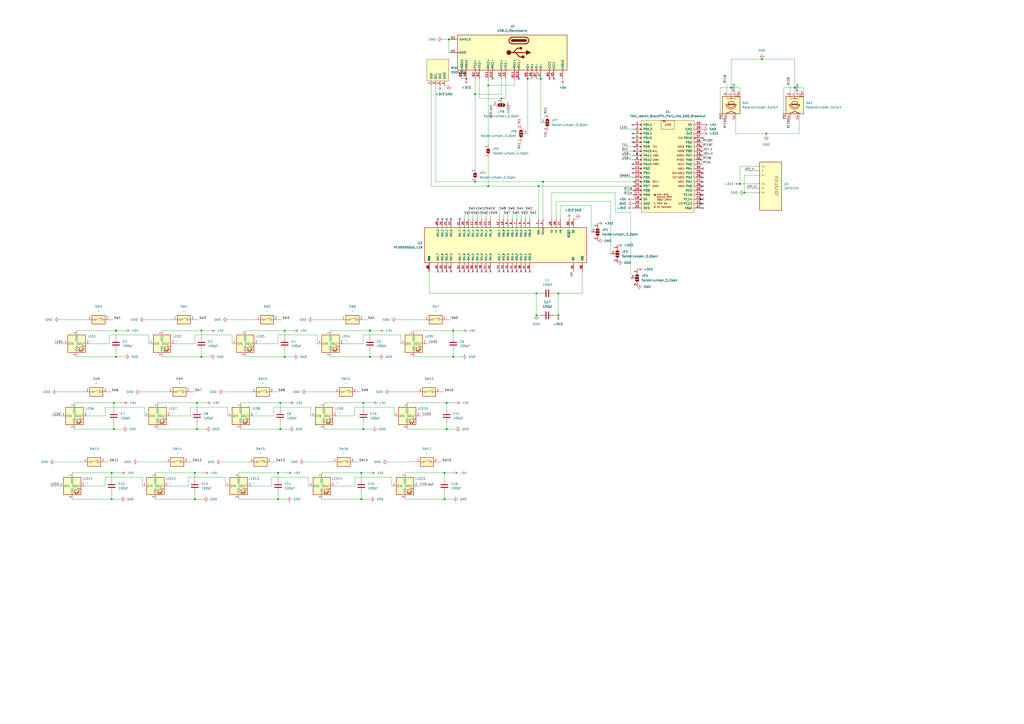
<source format=kicad_sch>
(kicad_sch (version 20211123) (generator eeschema)
  (paper "A2")
  (title_block (title "keeb") (date "2022-04-18") (rev "v1.3") (company "Nirim") (comment 1 "(CC BY 4.0)") (comment 2 "Attribution 4.0 International"))
  (junction (at 290.83 57.15))
  (junction (at 312.42 107.95))
  (junction (at 116.84 191.77))
  (junction (at 214.63 191.77))
  (junction (at 259.08 248.92))
  (junction (at 259.08 233.68))
  (junction (at 424.18 50.8))
  (junction (at 161.29 289.56))
  (junction (at 209.55 289.56))
  (junction (at 275.59 105.41))
  (junction (at 66.04 233.68))
  (junction (at 444.5 77.47))
  (junction (at 214.63 207.01))
  (junction (at 323.85 182.88))
  (junction (at 116.84 207.01))
  (junction (at 283.21 107.95))
  (junction (at 311.15 170.18))
  (junction (at 165.1 207.01))
  (junction (at 461.01 50.8))
  (junction (at 161.29 274.32))
  (junction (at 162.56 248.92))
  (junction (at 270.51 45.72))
  (junction (at 210.82 233.68))
  (junction (at 162.56 233.68))
  (junction (at 67.31 207.01))
  (junction (at 165.1 191.77))
  (junction (at 64.77 289.56))
  (junction (at 113.03 289.56))
  (junction (at 306.07 45.72))
  (junction (at 113.03 274.32))
  (junction (at 66.04 248.92))
  (junction (at 209.55 274.32))
  (junction (at 311.15 182.88))
  (junction (at 431.8 111.76))
  (junction (at 210.82 248.92))
  (junction (at 441.96 34.29))
  (junction (at 313.69 45.72))
  (junction (at 275.59 54.61))
  (junction (at 67.31 191.77))
  (junction (at 114.3 248.92))
  (junction (at 429.26 106.68))
  (junction (at 64.77 274.32))
  (junction (at 262.89 191.77))
  (junction (at 260.35 22.86))
  (junction (at 257.81 274.32))
  (junction (at 283.21 49.53))
  (junction (at 114.3 233.68))
  (junction (at 262.89 207.01))
  (junction (at 257.81 289.56))
  (junction (at 323.85 170.18))
  (junction (at 314.96 105.41))
  (no_connect (at 367.03 72.39))
  (no_connect (at 321.31 45.72))
  (no_connect (at 318.77 45.72))
  (no_connect (at 407.67 120.65))
  (no_connect (at 407.67 80.01))
  (no_connect (at 300.99 45.72))
  (no_connect (at 285.75 45.72))
  (no_connect (at 304.8 157.48))
  (no_connect (at 307.34 157.48))
  (no_connect (at 271.78 157.48))
  (no_connect (at 274.32 157.48))
  (no_connect (at 276.86 157.48))
  (no_connect (at 279.4 157.48))
  (no_connect (at 281.94 157.48))
  (no_connect (at 284.48 157.48))
  (no_connect (at 289.56 157.48))
  (no_connect (at 292.1 157.48))
  (no_connect (at 294.64 157.48))
  (no_connect (at 297.18 157.48))
  (no_connect (at 299.72 157.48))
  (no_connect (at 302.26 157.48))
  (no_connect (at 266.7 127))
  (no_connect (at 261.62 127))
  (no_connect (at 259.08 127))
  (no_connect (at 256.54 127))
  (no_connect (at 254 127))
  (no_connect (at 367.03 97.79))
  (no_connect (at 367.03 80.01))
  (no_connect (at 261.62 157.48))
  (no_connect (at 266.7 157.48))
  (no_connect (at 269.24 157.48))
  (no_connect (at 254 157.48))
  (no_connect (at 256.54 157.48))
  (no_connect (at 259.08 157.48))
  (no_connect (at 367.03 82.55))
  (no_connect (at 367.03 100.33))
  (no_connect (at 367.03 95.25))
  (no_connect (at 407.67 97.79))
  (no_connect (at 407.67 113.03))
  (no_connect (at 407.67 115.57))
  (no_connect (at 407.67 118.11))
  (no_connect (at 407.67 100.33))
  (no_connect (at 407.67 102.87))
  (no_connect (at 407.67 105.41))
  (no_connect (at 407.67 110.49))
  (no_connect (at 407.67 107.95))
  (no_connect (at 367.03 77.47))
  (wire (pts (xy 461.01 34.29) (xy 441.96 34.29)))
  (wire (pts (xy 64.77 227.33) (xy 63.5 227.33)))
  (wire (pts (xy 424.18 34.29) (xy 424.18 50.8)))
  (wire (pts (xy 157.48 281.94) (xy 157.48 276.86)))
  (wire (pts (xy 290.83 45.72) (xy 290.83 54.61)))
  (wire (pts (xy 248.92 170.18) (xy 311.15 170.18)))
  (wire (pts (xy 114.3 233.68) (xy 114.3 237.49)))
  (wire (pts (xy 260.35 49.53) (xy 257.81 49.53)))
  (wire (pts (xy 283.21 45.72) (xy 283.21 49.53)))
  (wire (pts (xy 236.22 233.68) (xy 259.08 233.68)))
  (wire (pts (xy 129.54 227.33) (xy 144.78 227.33)))
  (wire (pts (xy 335.28 127) (xy 332.74 127)))
  (wire (pts (xy 180.34 236.22) (xy 180.34 241.3)))
  (wire (pts (xy 177.8 227.33) (xy 193.04 227.33)))
  (wire (pts (xy 161.29 289.56) (xy 138.43 289.56)))
  (wire (pts (xy 213.36 185.42) (xy 212.09 185.42)))
  (wire (pts (xy 360.68 87.63) (xy 367.03 87.63)))
  (wire (pts (xy 234.95 274.32) (xy 257.81 274.32)))
  (wire (pts (xy 161.29 285.75) (xy 161.29 289.56)))
  (wire (pts (xy 248.92 199.39) (xy 247.65 199.39)))
  (wire (pts (xy 161.29 227.33) (xy 160.02 227.33)))
  (wire (pts (xy 81.28 227.33) (xy 96.52 227.33)))
  (wire (pts (xy 259.08 248.92) (xy 236.22 248.92)))
  (wire (pts (xy 284.48 124.46) (xy 284.48 127)))
  (wire (pts (xy 116.84 191.77) (xy 116.84 195.58)))
  (wire (pts (xy 149.86 199.39) (xy 161.29 199.39)))
  (wire (pts (xy 160.02 267.97) (xy 158.75 267.97)))
  (wire (pts (xy 337.82 157.48) (xy 337.82 170.18)))
  (wire (pts (xy 110.49 241.3) (xy 110.49 236.22)))
  (wire (pts (xy 289.56 121.92) (xy 289.56 127)))
  (wire (pts (xy 116.84 207.01) (xy 93.98 207.01)))
  (wire (pts (xy 205.74 276.86) (xy 227.33 276.86)))
  (wire (pts (xy 276.86 121.92) (xy 276.86 127)))
  (wire (pts (xy 356.87 123.19) (xy 356.87 111.76)))
  (wire (pts (xy 115.57 185.42) (xy 114.3 185.42)))
  (wire (pts (xy 323.85 182.88) (xy 323.85 170.18)))
  (wire (pts (xy 313.69 45.72) (xy 313.69 71.12)))
  (wire (pts (xy 417.83 68.58) (xy 417.83 50.8)))
  (wire (pts (xy 256.54 22.86) (xy 260.35 22.86)))
  (wire (pts (xy 97.79 281.94) (xy 109.22 281.94)))
  (wire (pts (xy 195.58 241.3) (xy 205.74 241.3)))
  (wire (pts (xy 138.43 274.32) (xy 161.29 274.32)))
  (wire (pts (xy 232.41 194.31) (xy 232.41 199.39)))
  (wire (pts (xy 278.13 57.15) (xy 278.13 45.72)))
  (wire (pts (xy 209.55 289.56) (xy 214.63 289.56)))
  (wire (pts (xy 226.06 227.33) (xy 241.3 227.33)))
  (wire (pts (xy 275.59 54.61) (xy 275.59 45.72)))
  (wire (pts (xy 337.82 170.18) (xy 323.85 170.18)))
  (wire (pts (xy 290.83 54.61) (xy 275.59 54.61)))
  (wire (pts (xy 461.01 50.8) (xy 461.01 34.29)))
  (wire (pts (xy 80.01 267.97) (xy 95.25 267.97)))
  (wire (pts (xy 113.03 274.32) (xy 113.03 278.13)))
  (wire (pts (xy 312.42 107.95) (xy 367.03 107.95)))
  (wire (pts (xy 262.89 191.77) (xy 267.97 191.77)))
  (wire (pts (xy 361.95 113.03) (xy 367.03 113.03)))
  (wire (pts (xy 60.96 241.3) (xy 60.96 236.22)))
  (wire (pts (xy 214.63 191.77) (xy 214.63 195.58)))
  (wire (pts (xy 113.03 274.32) (xy 118.11 274.32)))
  (wire (pts (xy 262.89 207.01) (xy 240.03 207.01)))
  (wire (pts (xy 67.31 191.77) (xy 67.31 195.58)))
  (wire (pts (xy 302.26 124.46) (xy 302.26 127)))
  (wire (pts (xy 262.89 207.01) (xy 267.97 207.01)))
  (wire (pts (xy 49.53 281.94) (xy 60.96 281.94)))
  (wire (pts (xy 455.93 68.58) (xy 454.66 68.58)))
  (wire (pts (xy 256.54 267.97) (xy 255.27 267.97)))
  (wire (pts (xy 90.17 274.32) (xy 113.03 274.32)))
  (wire (pts (xy 260.35 22.86) (xy 260.35 30.48)))
  (wire (pts (xy 441.96 34.29) (xy 424.18 34.29)))
  (wire (pts (xy 298.45 49.53) (xy 298.45 45.72)))
  (wire (pts (xy 281.94 121.92) (xy 281.94 127)))
  (wire (pts (xy 290.83 57.15) (xy 278.13 57.15)))
  (wire (pts (xy 113.03 194.31) (xy 134.62 194.31)))
  (wire (pts (xy 361.95 110.49) (xy 367.03 110.49)))
  (wire (pts (xy 431.8 111.76) (xy 438.15 111.76)))
  (wire (pts (xy 147.32 241.3) (xy 158.75 241.3)))
  (wire (pts (xy 128.27 267.97) (xy 143.51 267.97)))
  (wire (pts (xy 30.48 241.3) (xy 35.56 241.3)))
  (wire (pts (xy 342.9 119.38) (xy 325.12 119.38)))
  (wire (pts (xy 113.03 289.56) (xy 118.11 289.56)))
  (wire (pts (xy 208.28 267.97) (xy 207.01 267.97)))
  (wire (pts (xy 67.31 207.01) (xy 44.45 207.01)))
  (wire (pts (xy 205.74 281.94) (xy 205.74 276.86)))
  (wire (pts (xy 252.73 105.41) (xy 252.73 49.53)))
  (wire (pts (xy 359.41 102.87) (xy 367.03 102.87)))
  (wire (pts (xy 64.77 289.56) (xy 69.85 289.56)))
  (wire (pts (xy 250.19 107.95) (xy 283.21 107.95)))
  (wire (pts (xy 444.5 78.74) (xy 444.5 77.47)))
  (wire (pts (xy 44.45 191.77) (xy 67.31 191.77)))
  (wire (pts (xy 181.61 185.42) (xy 196.85 185.42)))
  (wire (pts (xy 419.1 68.58) (xy 417.83 68.58)))
  (wire (pts (xy 359.41 74.93) (xy 367.03 74.93)))
  (wire (pts (xy 306.07 77.47) (xy 306.07 45.72)))
  (wire (pts (xy 64.77 274.32) (xy 69.85 274.32)))
  (wire (pts (xy 109.22 281.94) (xy 109.22 276.86)))
  (wire (pts (xy 342.9 134.62) (xy 342.9 119.38)))
  (wire (pts (xy 307.34 124.46) (xy 307.34 127)))
  (wire (pts (xy 134.62 194.31) (xy 134.62 199.39)))
  (wire (pts (xy 454.66 50.8) (xy 461.01 50.8)))
  (wire (pts (xy 60.96 236.22) (xy 83.82 236.22)))
  (wire (pts (xy 66.04 185.42) (xy 64.77 185.42)))
  (wire (pts (xy 179.07 276.86) (xy 179.07 281.94)))
  (wire (pts (xy 259.08 233.68) (xy 259.08 237.49)))
  (wire (pts (xy 365.76 123.19) (xy 356.87 123.19)))
  (wire (pts (xy 64.77 274.32) (xy 64.77 278.13)))
  (wire (pts (xy 194.31 281.94) (xy 205.74 281.94)))
  (wire (pts (xy 116.84 203.2) (xy 116.84 207.01)))
  (wire (pts (xy 63.5 194.31) (xy 86.36 194.31)))
  (wire (pts (xy 165.1 191.77) (xy 165.1 195.58)))
  (wire (pts (xy 321.31 170.18) (xy 323.85 170.18)))
  (wire (pts (xy 113.03 289.56) (xy 90.17 289.56)))
  (wire (pts (xy 262.89 191.77) (xy 262.89 195.58)))
  (wire (pts (xy 275.59 105.41) (xy 314.96 105.41)))
  (wire (pts (xy 275.59 97.79) (xy 275.59 54.61)))
  (wire (pts (xy 210.82 233.68) (xy 215.9 233.68)))
  (wire (pts (xy 360.68 92.71) (xy 367.03 92.71)))
  (wire (pts (xy 86.36 194.31) (xy 86.36 199.39)))
  (wire (pts (xy 162.56 248.92) (xy 167.64 248.92)))
  (wire (pts (xy 113.03 199.39) (xy 113.03 194.31)))
  (wire (pts (xy 176.53 267.97) (xy 191.77 267.97)))
  (wire (pts (xy 111.76 267.97) (xy 110.49 267.97)))
  (wire (pts (xy 283.21 107.95) (xy 312.42 107.95)))
  (wire (pts (xy 283.21 49.53) (xy 283.21 83.82)))
  (wire (pts (xy 227.33 276.86) (xy 227.33 281.94)))
  (wire (pts (xy 162.56 245.11) (xy 162.56 248.92)))
  (wire (pts (xy 91.44 233.68) (xy 114.3 233.68)))
  (wire (pts (xy 31.75 199.39) (xy 36.83 199.39)))
  (wire (pts (xy 66.04 233.68) (xy 66.04 237.49)))
  (wire (pts (xy 214.63 207.01) (xy 219.71 207.01)))
  (wire (pts (xy 161.29 194.31) (xy 184.15 194.31)))
  (wire (pts (xy 43.18 233.68) (xy 66.04 233.68)))
  (wire (pts (xy 360.68 90.17) (xy 367.03 90.17)))
  (wire (pts (xy 311.15 182.88) (xy 311.15 170.18)))
  (wire (pts (xy 267.97 45.72) (xy 270.51 45.72)))
  (wire (pts (xy 259.08 248.92) (xy 264.16 248.92)))
  (wire (pts (xy 283.21 91.44) (xy 283.21 107.95)))
  (wire (pts (xy 109.22 276.86) (xy 130.81 276.86)))
  (wire (pts (xy 99.06 241.3) (xy 110.49 241.3)))
  (wire (pts (xy 205.74 236.22) (xy 228.6 236.22)))
  (wire (pts (xy 63.5 267.97) (xy 62.23 267.97)))
  (wire (pts (xy 82.55 276.86) (xy 82.55 281.94)))
  (wire (pts (xy 116.84 207.01) (xy 121.92 207.01)))
  (wire (pts (xy 210.82 245.11) (xy 210.82 248.92)))
  (wire (pts (xy 429.26 106.68) (xy 438.15 106.68)))
  (wire (pts (xy 205.74 241.3) (xy 205.74 236.22)))
  (wire (pts (xy 311.15 182.88) (xy 313.69 182.88)))
  (wire (pts (xy 248.92 157.48) (xy 248.92 170.18)))
  (wire (pts (xy 257.81 227.33) (xy 256.54 227.33)))
  (wire (pts (xy 259.08 245.11) (xy 259.08 248.92)))
  (wire (pts (xy 191.77 191.77) (xy 214.63 191.77)))
  (wire (pts (xy 163.83 185.42) (xy 162.56 185.42)))
  (wire (pts (xy 67.31 191.77) (xy 72.39 191.77)))
  (wire (pts (xy 356.87 111.76) (xy 320.04 111.76)))
  (wire (pts (xy 257.81 289.56) (xy 262.89 289.56)))
  (wire (pts (xy 67.31 203.2) (xy 67.31 207.01)))
  (wire (pts (xy 41.91 289.56) (xy 64.77 289.56)))
  (wire (pts (xy 466.09 53.34) (xy 466.09 50.8)))
  (wire (pts (xy 161.29 274.32) (xy 161.29 278.13)))
  (wire (pts (xy 250.19 107.95) (xy 250.19 49.53)))
  (wire (pts (xy 417.83 50.8) (xy 424.18 50.8)))
  (wire (pts (xy 259.08 233.68) (xy 264.16 233.68)))
  (wire (pts (xy 312.42 107.95) (xy 312.42 127)))
  (wire (pts (xy 426.72 77.47) (xy 444.5 77.47)))
  (wire (pts (xy 426.72 68.58) (xy 426.72 77.47)))
  (wire (pts (xy 60.96 281.94) (xy 60.96 276.86)))
  (wire (pts (xy 444.5 77.47) (xy 463.55 77.47)))
  (wire (pts (xy 161.29 289.56) (xy 166.37 289.56)))
  (wire (pts (xy 93.98 191.77) (xy 116.84 191.77)))
  (wire (pts (xy 325.12 119.38) (xy 325.12 127)))
  (wire (pts (xy 314.96 105.41) (xy 314.96 127)))
  (wire (pts (xy 165.1 207.01) (xy 142.24 207.01)))
  (wire (pts (xy 433.07 109.22) (xy 438.15 109.22)))
  (wire (pts (xy 165.1 203.2) (xy 165.1 207.01)))
  (wire (pts (xy 130.81 276.86) (xy 130.81 281.94)))
  (wire (pts (xy 210.82 248.92) (xy 187.96 248.92)))
  (wire (pts (xy 454.66 68.58) (xy 454.66 50.8)))
  (wire (pts (xy 209.55 289.56) (xy 186.69 289.56)))
  (wire (pts (xy 262.89 203.2) (xy 262.89 207.01)))
  (wire (pts (xy 66.04 233.68) (xy 71.12 233.68)))
  (wire (pts (xy 33.02 227.33) (xy 48.26 227.33)))
  (wire (pts (xy 271.78 121.92) (xy 271.78 127)))
  (wire (pts (xy 245.11 241.3) (xy 243.84 241.3)))
  (wire (pts (xy 66.04 248.92) (xy 43.18 248.92)))
  (wire (pts (xy 210.82 233.68) (xy 210.82 237.49)))
  (wire (pts (xy 354.33 147.32) (xy 354.33 116.84)))
  (wire (pts (xy 34.29 185.42) (xy 49.53 185.42)))
  (wire (pts (xy 365.76 161.29) (xy 365.76 123.19)))
  (wire (pts (xy 283.21 49.53) (xy 298.45 49.53)))
  (wire (pts (xy 132.08 185.42) (xy 147.32 185.42)))
  (wire (pts (xy 257.81 274.32) (xy 257.81 278.13)))
  (wire (pts (xy 257.81 274.32) (xy 262.89 274.32)))
  (wire (pts (xy 113.03 285.75) (xy 113.03 289.56)))
  (wire (pts (xy 114.3 233.68) (xy 119.38 233.68)))
  (wire (pts (xy 210.82 199.39) (xy 210.82 194.31)))
  (wire (pts (xy 214.63 207.01) (xy 191.77 207.01)))
  (wire (pts (xy 279.4 124.46) (xy 279.4 127)))
  (wire (pts (xy 257.81 285.75) (xy 257.81 289.56)))
  (wire (pts (xy 101.6 199.39) (xy 113.03 199.39)))
  (wire (pts (xy 297.18 124.46) (xy 297.18 127)))
  (wire (pts (xy 67.31 207.01) (xy 72.39 207.01)))
  (wire (pts (xy 314.96 105.41) (xy 367.03 105.41)))
  (wire (pts (xy 293.37 57.15) (xy 290.83 57.15)))
  (wire (pts (xy 29.21 281.94) (xy 34.29 281.94)))
  (wire (pts (xy 50.8 241.3) (xy 60.96 241.3)))
  (wire (pts (xy 322.58 116.84) (xy 322.58 127)))
  (wire (pts (xy 209.55 274.32) (xy 209.55 278.13)))
  (wire (pts (xy 458.47 49.53) (xy 458.47 53.34)))
  (wire (pts (xy 114.3 245.11) (xy 114.3 248.92)))
  (wire (pts (xy 299.72 121.92) (xy 299.72 127)))
  (wire (pts (xy 438.15 101.6) (xy 431.8 101.6)))
  (wire (pts (xy 66.04 248.92) (xy 71.12 248.92)))
  (wire (pts (xy 424.18 50.8) (xy 424.18 53.34)))
  (wire (pts (xy 214.63 203.2) (xy 214.63 207.01)))
  (wire (pts (xy 209.55 227.33) (xy 208.28 227.33)))
  (wire (pts (xy 214.63 191.77) (xy 219.71 191.77)))
  (wire (pts (xy 311.15 170.18) (xy 313.69 170.18)))
  (wire (pts (xy 161.29 199.39) (xy 161.29 194.31)))
  (wire (pts (xy 293.37 45.72) (xy 293.37 57.15)))
  (wire (pts (xy 66.04 245.11) (xy 66.04 248.92)))
  (wire (pts (xy 64.77 285.75) (xy 64.77 289.56)))
  (wire (pts (xy 162.56 248.92) (xy 139.7 248.92)))
  (wire (pts (xy 431.8 101.6) (xy 431.8 111.76)))
  (wire (pts (xy 162.56 233.68) (xy 167.64 233.68)))
  (wire (pts (xy 252.73 105.41) (xy 275.59 105.41)))
  (wire (pts (xy 429.26 50.8) (xy 424.18 50.8)))
  (wire (pts (xy 187.96 233.68) (xy 210.82 233.68)))
  (wire (pts (xy 429.26 96.52) (xy 429.26 106.68)))
  (wire (pts (xy 463.55 77.47) (xy 463.55 68.58)))
  (wire (pts (xy 304.8 121.92) (xy 304.8 127)))
  (wire (pts (xy 274.32 124.46) (xy 274.32 127)))
  (wire (pts (xy 209.55 274.32) (xy 214.63 274.32)))
  (wire (pts (xy 360.68 85.09) (xy 367.03 85.09)))
  (wire (pts (xy 41.91 274.32) (xy 64.77 274.32)))
  (wire (pts (xy 63.5 194.31) (xy 63.5 199.39)))
  (wire (pts (xy 110.49 236.22) (xy 132.08 236.22)))
  (wire (pts (xy 158.75 236.22) (xy 180.34 236.22)))
  (wire (pts (xy 114.3 248.92) (xy 91.44 248.92)))
  (wire (pts (xy 83.82 236.22) (xy 83.82 241.3)))
  (wire (pts (xy 113.03 227.33) (xy 111.76 227.33)))
  (wire (pts (xy 184.15 194.31) (xy 184.15 199.39)))
  (wire (pts (xy 224.79 267.97) (xy 240.03 267.97)))
  (wire (pts (xy 429.26 53.34) (xy 429.26 50.8)))
  (wire (pts (xy 210.82 248.92) (xy 215.9 248.92)))
  (wire (pts (xy 311.15 45.72) (xy 313.69 45.72)))
  (wire (pts (xy 132.08 236.22) (xy 132.08 241.3)))
  (wire (pts (xy 142.24 191.77) (xy 165.1 191.77)))
  (wire (pts (xy 52.07 199.39) (xy 63.5 199.39)))
  (wire (pts (xy 209.55 285.75) (xy 209.55 289.56)))
  (wire (pts (xy 161.29 274.32) (xy 166.37 274.32)))
  (wire (pts (xy 321.31 182.88) (xy 323.85 182.88)))
  (wire (pts (xy 461.01 53.34) (xy 461.01 50.8)))
  (wire (pts (xy 292.1 124.46) (xy 292.1 127)))
  (wire (pts (xy 229.87 185.42) (xy 245.11 185.42)))
  (wire (pts (xy 186.69 274.32) (xy 209.55 274.32)))
  (wire (pts (xy 240.03 191.77) (xy 262.89 191.77)))
  (wire (pts (xy 306.07 45.72) (xy 308.61 45.72)))
  (wire (pts (xy 320.04 111.76) (xy 320.04 127)))
  (wire (pts (xy 243.84 281.94) (xy 242.57 281.94)))
  (wire (pts (xy 199.39 199.39) (xy 210.82 199.39)))
  (wire (pts (xy 158.75 241.3) (xy 158.75 236.22)))
  (wire (pts (xy 257.81 289.56) (xy 234.95 289.56)))
  (wire (pts (xy 431.8 99.06) (xy 438.15 99.06)))
  (wire (pts (xy 165.1 191.77) (xy 170.18 191.77)))
  (wire (pts (xy 294.64 121.92) (xy 294.64 127)))
  (wire (pts (xy 438.15 96.52) (xy 429.26 96.52)))
  (wire (pts (xy 60.96 276.86) (xy 82.55 276.86)))
  (wire (pts (xy 157.48 276.86) (xy 179.07 276.86)))
  (wire (pts (xy 83.82 185.42) (xy 99.06 185.42)))
  (wire (pts (xy 139.7 233.68) (xy 162.56 233.68)))
  (wire (pts (xy 114.3 248.92) (xy 119.38 248.92)))
  (wire (pts (xy 228.6 236.22) (xy 228.6 241.3)))
  (wire (pts (xy 210.82 194.31) (xy 232.41 194.31)))
  (wire (pts (xy 162.56 233.68) (xy 162.56 237.49)))
  (wire (pts (xy 354.33 116.84) (xy 322.58 116.84)))
  (wire (pts (xy 116.84 191.77) (xy 121.92 191.77)))
  (wire (pts (xy 421.64 53.34) (xy 421.64 48.26)))
  (wire (pts (xy 31.75 267.97) (xy 46.99 267.97)))
  (wire (pts (xy 261.62 185.42) (xy 260.35 185.42)))
  (wire (pts (xy 269.24 124.46) (xy 269.24 127)))
  (wire (pts (xy 146.05 281.94) (xy 157.48 281.94)))
  (wire (pts (xy 466.09 50.8) (xy 461.01 50.8)))
  (wire (pts (xy 165.1 207.01) (xy 170.18 207.01)))
  (label "SW9" (at 284.48 124.46 0))
  (label "RT1BT" (at 407.67 85.09 0))
  (label "SW3" (at 163.83 185.42 0))
  (label "SW8" (at 161.29 227.33 0))
  (label "LED1" (at 359.41 74.93 0))
  (label "RX1" (at 317.5 66.04 90))
  (label "RT1A" (at 426.72 53.34 90))
  (label "JOY_H" (at 407.67 90.17 0))
  (label "SW1" (at 66.04 185.42 0))
  (label "SW1" (at 307.34 124.46 0))
  (label "TX1" (at 302.26 72.39 90))
  (label "SW3" (at 302.26 124.46 0))
  (label "SW6" (at 294.64 121.92 0))
  (label "LED1" (at 31.75 199.39 0))
  (label "SW12" (at 111.76 267.97 0))
  (label "JOY_V" (at 431.8 99.06 0))
  (label "SW7" (at 113.03 227.33 0))
  (label "USB+" (at 360.68 92.71 0))
  (label "TX1" (at 317.5 76.2 270))
  (label "SW12" (at 276.86 121.92 0))
  (label "SW10" (at 257.81 227.33 0))
  (label "LED3" (at 245.11 241.3 0))
  (label "RT2A" (at 463.55 53.34 90))
  (label "SW7" (at 292.1 124.46 0))
  (label "SW13" (at 160.02 267.97 0))
  (label "SW8" (at 289.56 121.92 0))
  (label "LED1" (at 295.91 60.96 270))
  (label "JOY_H" (at 433.07 109.22 0))
  (label "RT1B" (at 421.64 48.26 90))
  (label "SW14" (at 271.78 121.92 0))
  (label "LED2" (at 30.48 241.3 0))
  (label "INT" (at 332.74 157.48 270))
  (label "SW6" (at 64.77 227.33 0))
  (label "RT1B" (at 361.95 110.49 0))
  (label "SW2" (at 115.57 185.42 0))
  (label "RX1" (at 360.68 87.63 0))
  (label "RT2BT" (at 458.47 68.58 270))
  (label "SW5" (at 261.62 185.42 0))
  (label "SW15" (at 256.54 267.97 0))
  (label "RT2A" (at 407.67 95.25 0))
  (label "RT1A" (at 361.95 113.03 0))
  (label "LED3" (at 29.21 281.94 0))
  (label "RT1BT" (at 421.64 68.58 270))
  (label "SW11" (at 279.4 124.46 0))
  (label "SW5" (at 297.18 124.46 0))
  (label "LED_out" (at 285.75 60.96 270))
  (label "RT2BT" (at 407.67 82.55 0))
  (label "SW10" (at 281.94 121.92 0))
  (label "SW13" (at 274.32 124.46 0))
  (label "SW9" (at 209.55 227.33 0))
  (label "RX1" (at 302.26 82.55 270))
  (label "SW4" (at 213.36 185.42 0))
  (label "RT2B" (at 407.67 92.71 0))
  (label "LED_out" (at 243.84 281.94 0))
  (label "USB-" (at 360.68 90.17 0))
  (label "SW4" (at 299.72 121.92 0))
  (label "TX1" (at 360.68 85.09 0))
  (label "SW14" (at 208.28 267.97 0))
  (label "SMBA1" (at 359.41 102.87 0))
  (label "LED2" (at 248.92 199.39 0))
  (label "RT2B" (at 458.47 49.53 90))
  (label "SW15" (at 269.24 124.46 0))
  (label "SW2" (at 304.8 121.92 0))
  (label "JOY_V" (at 407.67 87.63 0))
  (label "SW11" (at 63.5 267.97 0))
  (symbol (lib_id "power:GND") (at 34.29 185.42 270) (unit 1)
    (property "Reference" "#PWR0151" (effects hide))
    (property "Value" "GND" (at 30.48 185.4199 90) (effects (justify right)))
  )
  (symbol (lib_id "power:GND") (at 72.39 207.01 90) (unit 1)
    (property "Reference" "#PWR0104" (effects hide))
    (property "Value" "GND" (at 76.2 207.0099 90) (effects (justify right)))
  )
  (symbol (lib_id "power:+5V") (at 118.11 274.32 270) (unit 1)
    (property "Reference" "#PWR0111" (effects hide))
    (property "Value" "+5V" (at 121.92 274.3199 90) (effects (justify left)))
  )
  (symbol (lib_id "power:GND") (at 431.8 111.76 270) (unit 1)
    (property "Reference" "#PWR0136" (effects hide))
    (property "Value" "GND" (at 427.99 111.7599 90) (effects (justify right)))
  )
  (symbol (lib_id "power:GND") (at 129.54 227.33 270) (unit 1)
    (property "Reference" "#PWR0143" (effects hide))
    (property "Value" "GND" (at 125.73 227.3299 90) (effects (justify right)))
  )
  (symbol (lib_id "Jumper:SolderJumper_3_Open") (at 290.83 60.96 180) (unit 1)
    (property "Reference" "JP8" (at 290.83 64.77 0))
    (property "Value" "SolderJumper_3_Open" (at 290.83 67.31 0))
    (property "Footprint" "Jumper:SolderJumper-3_P1.3mm_Open_RoundedPad1.0x1.5mm_NumberLabels" (effects hide))
  )
  (symbol (lib_id "Switch:SW_DIP_x01") (at 104.14 227.33 0) (unit 1)
    (property "Reference" "SW9" (at 104.14 219.71 0))
    (property "Value" "~" (at 104.14 222.25 0))
    (property "Footprint" "custom:SW_Gateron_SK-9_1.00u_Plate_Pin_Sockets" (effects hide))
  )
  (symbol (lib_id "power:GND") (at 224.79 267.97 270) (unit 1)
    (property "Reference" "#PWR0105" (effects hide))
    (property "Value" "GND" (at 220.98 267.9699 90) (effects (justify right)))
  )
  (symbol (lib_id "power:+3V3") (at 367.03 120.65 90) (unit 1)
    (property "Reference" "#PWR0133" (effects hide))
    (property "Value" "+3V3" (at 363.22 120.6499 90) (effects (justify left)))
  )
  (symbol (lib_id "LED:WS2812B") (at 44.45 199.39 0) (unit 1)
    (property "Reference" "LED1" (at 53.34 195.0593 0))
    (property "Value" "~" (at 53.34 197.5993 0))
    (property "Footprint" "LED_SMD:LED_WS2812B_PLCC4_5.0x5.0mm_P3.2mm" (effects hide))
    (property "Datasheet" "https://cdn-shop.adafruit.com/datasheets/WS2812B.pdf" (effects hide))
  )
  (symbol (lib_id "Switch:SW_DIP_x01") (at 102.87 267.97 0) (unit 1)
    (property "Reference" "SW14" (at 102.87 260.35 0))
    (property "Value" "~" (at 102.87 262.89 0))
    (property "Footprint" "custom:SW_Gateron_SK-9_1.00u_Plate_Pin_Sockets" (effects hide))
  )
  (symbol (lib_id "Switch:SW_DIP_x01") (at 204.47 185.42 0) (unit 1)
    (property "Reference" "SW6" (at 204.47 177.8 0))
    (property "Value" "~" (at 204.47 180.34 0))
    (property "Footprint" "custom:SW_Gateron_SK-9_1.00u_Plate_Pin_Sockets" (effects hide))
  )
  (symbol (lib_id "Connector:USB_C_Receptacle") (at 300.99 30.48 270) (unit 1)
    (property "Reference" "J2" (at 297.18 15.24 90))
    (property "Value" "USB_C_Receptacle" (at 297.18 17.78 90))
    (property "Footprint" "Connector_USB:USB_C_Receptacle_Amphenol_12401610E4-2A" (effects hide))
    (property "Datasheet" "https://www.usb.org/sites/default/files/documents/usb_type-c.zip" (effects hide))
  )
  (symbol (lib_id "power:GND") (at 119.38 248.92 90) (unit 1)
    (property "Reference" "#PWR0112" (effects hide))
    (property "Value" "GND" (at 123.19 248.9199 90) (effects (justify right)))
  )
  (symbol (lib_id "SSD1306-128x64_OLED:SSD1306") (at 254 40.64 180) (unit 1)
    (property "Reference" "Brd1" (at 261.62 39.3699 0) (effects (justify right)))
    (property "Value" "SSD1306" (at 261.62 41.9099 0) (effects (justify right)))
    (property "Footprint" "SSD1306:128x64OLED" (effects hide))
  )
  (symbol (lib_id "power:+3.3V") (at 270.51 45.72 180) (unit 1)
    (property "Reference" "#PWR0122" (effects hide))
    (property "Value" "+3.3V" (at 270.51 50.8 0))
  )
  (symbol (lib_id "Device:C") (at 214.63 199.39 0) (unit 1)
    (property "Reference" "C5" (at 218.44 198.1199 0) (effects (justify left)))
    (property "Value" "100pf" (at 218.44 200.6599 0) (effects (justify left)))
    (property "Footprint" "Capacitor_SMD:C_0805_2012Metric" (effects hide))
  )
  (symbol (lib_id "LED:WS2812B") (at 186.69 281.94 0) (unit 1)
    (property "Reference" "LED14" (at 195.58 277.6093 0))
    (property "Value" "~" (at 195.58 280.1493 0))
    (property "Footprint" "LED_SMD:LED_WS2812B_PLCC4_5.0x5.0mm_P3.2mm" (effects hide))
    (property "Datasheet" "https://cdn-shop.adafruit.com/datasheets/WS2812B.pdf" (effects hide))
  )
  (symbol (lib_id "LED:WS2812B") (at 43.18 241.3 0) (unit 1)
    (property "Reference" "LED6" (at 52.07 236.9693 0))
    (property "Value" "~" (at 52.07 239.5093 0))
    (property "Footprint" "LED_SMD:LED_WS2812B_PLCC4_5.0x5.0mm_P3.2mm" (effects hide))
    (property "Datasheet" "https://cdn-shop.adafruit.com/datasheets/WS2812B.pdf" (effects hide))
  )
  (symbol (lib_id "power:GND") (at 121.92 207.01 90) (unit 1)
    (property "Reference" "#PWR0108" (effects hide))
    (property "Value" "GND" (at 125.73 207.0099 90) (effects (justify right)))
  )
  (symbol (lib_id "LED:WS2812B") (at 236.22 241.3 0) (unit 1)
    (property "Reference" "LED10" (at 245.11 236.9693 0))
    (property "Value" "~" (at 245.11 239.5093 0))
    (property "Footprint" "LED_SMD:LED_WS2812B_PLCC4_5.0x5.0mm_P3.2mm" (effects hide))
    (property "Datasheet" "https://cdn-shop.adafruit.com/datasheets/WS2812B.pdf" (effects hide))
  )
  (symbol (lib_id "power:GND") (at 176.53 267.97 270) (unit 1)
    (property "Reference" "#PWR0101" (effects hide))
    (property "Value" "GND" (at 172.72 267.9699 90) (effects (justify right)))
  )
  (symbol (lib_id "Switch:SW_DIP_x01") (at 248.92 227.33 0) (unit 1)
    (property "Reference" "SW12" (at 248.92 219.71 0))
    (property "Value" "~" (at 248.92 222.25 0))
    (property "Footprint" "custom:SW_Gateron_SK-9_1.00u_Plate_Pin_Sockets" (effects hide))
  )
  (symbol (lib_id "LED:WS2812B") (at 139.7 241.3 0) (unit 1)
    (property "Reference" "LED8" (at 148.59 236.9693 0))
    (property "Value" "~" (at 148.59 239.5093 0))
    (property "Footprint" "LED_SMD:LED_WS2812B_PLCC4_5.0x5.0mm_P3.2mm" (effects hide))
    (property "Datasheet" "https://cdn-shop.adafruit.com/datasheets/WS2812B.pdf" (effects hide))
  )
  (symbol (lib_id "Jumper:SolderJumper_2_Open") (at 275.59 101.6 90) (unit 1)
    (property "Reference" "JP4" (at 278.13 100.3299 90) (effects (justify right)))
    (property "Value" "SolderJumper_2_Open" (at 278.13 102.8699 90) (effects (justify right)))
    (property "Footprint" "Jumper:SolderJumper-2_P1.3mm_Open_RoundedPad1.0x1.5mm" (effects hide))
  )
  (symbol (lib_id "power:GND") (at 358.14 152.4 90) (unit 1)
    (property "Reference" "#PWR0123" (effects hide))
    (property "Value" "GND" (at 361.95 152.3999 90) (effects (justify right)))
  )
  (symbol (lib_id "Switch:SW_DIP_x01") (at 55.88 227.33 0) (unit 1)
    (property "Reference" "SW8" (at 55.88 219.71 0))
    (property "Value" "~" (at 55.88 222.25 0))
    (property "Footprint" "custom:SW_Gateron_SK-9_1.00u_Plate_Pin_Sockets" (effects hide))
  )
  (symbol (lib_id "power:+5V") (at 267.97 191.77 270) (unit 1)
    (property "Reference" "#PWR0160" (effects hide))
    (property "Value" "+5V" (at 271.78 191.7699 90) (effects (justify left)))
  )
  (symbol (lib_id "Switch:SW_DIP_x01") (at 152.4 227.33 0) (unit 1)
    (property "Reference" "SW10" (at 152.4 219.71 0))
    (property "Value" "~" (at 152.4 222.25 0))
    (property "Footprint" "custom:SW_Gateron_SK-9_1.00u_Plate_Pin_Sockets" (effects hide))
  )
  (symbol (lib_id "Device:C") (at 113.03 281.94 0) (unit 1)
    (property "Reference" "C13" (at 116.84 280.6699 0) (effects (justify left)))
    (property "Value" "100pf" (at 116.84 283.2099 0) (effects (justify left)))
    (property "Footprint" "Capacitor_SMD:C_0805_2012Metric" (effects hide))
  )
  (symbol (lib_id "power:GND") (at 80.01 267.97 270) (unit 1)
    (property "Reference" "#PWR0164" (effects hide))
    (property "Value" "GND" (at 76.2 267.9699 90) (effects (justify right)))
  )
  (symbol (lib_id "Jumper:SolderJumper_3_Open") (at 317.5 71.12 270) (unit 1)
    (property "Reference" "JP7" (at 320.04 69.8499 90) (effects (justify left)))
    (property "Value" "SolderJumper_3_Open" (at 320.04 72.3899 90) (effects (justify left)))
    (property "Footprint" "Jumper:SolderJumper-3_P1.3mm_Open_RoundedPad1.0x1.5mm_NumberLabels" (effects hide))
  )
  (symbol (lib_id "Device:C") (at 259.08 241.3 0) (unit 1)
    (property "Reference" "C11" (at 262.89 240.0299 0) (effects (justify left)))
    (property "Value" "100pf" (at 262.89 242.5699 0) (effects (justify left)))
    (property "Footprint" "Capacitor_SMD:C_0805_2012Metric" (effects hide))
  )
  (symbol (lib_id "Switch:SW_DIP_x01") (at 154.94 185.42 0) (unit 1)
    (property "Reference" "SW5" (at 154.94 177.8 0))
    (property "Value" "~" (at 154.94 180.34 0))
    (property "Footprint" "custom:SW_Gateron_SK-9_1.00u_Plate_Pin_Sockets" (effects hide))
  )
  (symbol (lib_id "Switch:SW_DIP_x01") (at 252.73 185.42 0) (unit 1)
    (property "Reference" "SW7" (at 252.73 177.8 0))
    (property "Value" "~" (at 252.73 180.34 0))
    (property "Footprint" "custom:SW_Gateron_SK-9_1.00u_Plate_Pin_Sockets" (effects hide))
  )
  (symbol (lib_id "power:+5V") (at 167.64 233.68 270) (unit 1)
    (property "Reference" "#PWR0155" (effects hide))
    (property "Value" "+5V" (at 171.45 233.6799 90) (effects (justify left)))
  )
  (symbol (lib_id "Jumper:SolderJumper_3_Open") (at 369.57 161.29 270) (unit 1)
    (property "Reference" "JP3" (at 372.11 160.0199 90) (effects (justify left)))
    (property "Value" "SolderJumper_3_Open" (at 372.11 162.5599 90) (effects (justify left)))
    (property "Footprint" "Jumper:SolderJumper-3_P1.3mm_Open_RoundedPad1.0x1.5mm_NumberLabels" (effects hide))
  )
  (symbol (lib_id "PCA9505DGG_118:PCA9505DGG,118") (at 294.64 142.24 270) (unit 1)
    (property "Reference" "U2" (at 245.11 140.9699 90) (effects (justify right)))
    (property "Value" "PCA9505DGG,118" (at 245.11 143.5099 90) (effects (justify right)))
    (property "Footprint" "PCA9505DGG_118:SOP50P810X120-56N" (effects hide))
    (property "MF" "NXP Semiconductors" (effects hide))
    (property "STANDARD" "IPC-7351B" (effects hide))
    (property "PARTREV" "4" (effects hide))
  )
  (symbol (lib_id "power:GND") (at 367.03 118.11 270) (unit 1)
    (property "Reference" "#PWR0135" (effects hide))
    (property "Value" "GND" (at 363.22 118.1099 90) (effects (justify right)))
  )
  (symbol (lib_id "power:GND") (at 229.87 185.42 270) (unit 1)
    (property "Reference" "#PWR0107" (effects hide))
    (property "Value" "GND" (at 226.06 185.4199 90) (effects (justify right)))
  )
  (symbol (lib_id "power:GND") (at 219.71 207.01 90) (unit 1)
    (property "Reference" "#PWR0147" (effects hide))
    (property "Value" "GND" (at 223.52 207.0099 90) (effects (justify right)))
  )
  (symbol (lib_id "power:GND") (at 256.54 22.86 270) (unit 1)
    (property "Reference" "#PWR0121" (effects hide))
    (property "Value" "GND" (at 252.73 22.8599 90) (effects (justify right)))
  )
  (symbol (lib_id "Jumper:SolderJumper_3_Open") (at 302.26 77.47 90) (unit 1)
    (property "Reference" "JP6" (at 299.72 76.1999 90) (effects (justify left)))
    (property "Value" "SolderJumper_3_Open" (at 299.72 78.7399 90) (effects (justify left)))
    (property "Footprint" "Jumper:SolderJumper-3_P1.3mm_Open_RoundedPad1.0x1.5mm_NumberLabels" (effects hide))
  )
  (symbol (lib_id "power:+5V") (at 69.85 274.32 270) (unit 1)
    (property "Reference" "#PWR0116" (effects hide))
    (property "Value" "+5V" (at 73.66 274.3199 90) (effects (justify left)))
  )
  (symbol (lib_id "power:+5V") (at 71.12 233.68 270) (unit 1)
    (property "Reference" "#PWR0119" (effects hide))
    (property "Value" "+5V" (at 74.93 233.6799 90) (effects (justify left)))
  )
  (symbol (lib_id "custom:RotaryEncoder_Switch") (at 461.01 60.96 270) (unit 1)
    (property "Reference" "SW2" (at 467.36 59.6899 90) (effects (justify left)))
    (property "Value" "RotaryEncoder_Switch" (at 467.36 62.2299 90) (effects (justify left)))
    (property "Footprint" "Switches:ROTARY_ENC_PLAIN" (effects hide))
  )
  (symbol (lib_id "Device:C") (at 262.89 199.39 0) (unit 1)
    (property "Reference" "C6" (at 266.7 198.1199 0) (effects (justify left)))
    (property "Value" "100pf" (at 266.7 200.6599 0) (effects (justify left)))
    (property "Footprint" "Capacitor_SMD:C_0805_2012Metric" (effects hide))
  )
  (symbol (lib_id "power:+5V") (at 214.63 274.32 270) (unit 1)
    (property "Reference" "#PWR0163" (effects hide))
    (property "Value" "+5V" (at 218.44 274.3199 90) (effects (justify left)))
  )
  (symbol (lib_id "power:GND") (at 444.5 78.74 0) (unit 1)
    (property "Reference" "#PWR0131" (effects hide))
    (property "Value" "GND" (at 444.5 83.82 0))
  )
  (symbol (lib_id "power:+5V") (at 170.18 191.77 270) (unit 1)
    (property "Reference" "#PWR0145" (effects hide))
    (property "Value" "+5V" (at 173.99 191.7699 90) (effects (justify left)))
  )
  (symbol (lib_id "LED:WS2812B") (at 91.44 241.3 0) (unit 1)
    (property "Reference" "LED7" (at 100.33 236.9693 0))
    (property "Value" "~" (at 100.33 239.5093 0))
    (property "Footprint" "LED_SMD:LED_WS2812B_PLCC4_5.0x5.0mm_P3.2mm" (effects hide))
    (property "Datasheet" "https://cdn-shop.adafruit.com/datasheets/WS2812B.pdf" (effects hide))
  )
  (symbol (lib_id "power:+5V") (at 119.38 233.68 270) (unit 1)
    (property "Reference" "#PWR0118" (effects hide))
    (property "Value" "+5V" (at 123.19 233.6799 90) (effects (justify left)))
  )
  (symbol (lib_id "LED:WS2812B") (at 240.03 199.39 0) (unit 1)
    (property "Reference" "LED5" (at 248.92 195.0593 0))
    (property "Value" "~" (at 248.92 197.5993 0))
    (property "Footprint" "LED_SMD:LED_WS2812B_PLCC4_5.0x5.0mm_P3.2mm" (effects hide))
    (property "Datasheet" "https://cdn-shop.adafruit.com/datasheets/WS2812B.pdf" (effects hide))
  )
  (symbol (lib_id "power:GND") (at 128.27 267.97 270) (unit 1)
    (property "Reference" "#PWR0117" (effects hide))
    (property "Value" "GND" (at 124.46 267.9699 90) (effects (justify right)))
  )
  (symbol (lib_id "power:GND") (at 81.28 227.33 270) (unit 1)
    (property "Reference" "#PWR0146" (effects hide))
    (property "Value" "GND" (at 77.47 227.3299 90) (effects (justify right)))
  )
  (symbol (lib_id "power:GND") (at 33.02 227.33 270) (unit 1)
    (property "Reference" "#PWR0156" (effects hide))
    (property "Value" "GND" (at 29.21 227.3299 90) (effects (justify right)))
  )
  (symbol (lib_id "power:+5V") (at 215.9 233.68 270) (unit 1)
    (property "Reference" "#PWR0148" (effects hide))
    (property "Value" "+5V" (at 219.71 233.6799 90) (effects (justify left)))
  )
  (symbol (lib_id "power:GND") (at 132.08 185.42 270) (unit 1)
    (property "Reference" "#PWR0149" (effects hide))
    (property "Value" "GND" (at 128.27 185.4199 90) (effects (justify right)))
  )
  (symbol (lib_id "Device:C") (at 210.82 241.3 0) (unit 1)
    (property "Reference" "C10" (at 214.63 240.0299 0) (effects (justify left)))
    (property "Value" "100pf" (at 214.63 242.5699 0) (effects (justify left)))
    (property "Footprint" "Capacitor_SMD:C_0805_2012Metric" (effects hide))
  )
  (symbol (lib_id "Switch:SW_DIP_x01") (at 57.15 185.42 0) (unit 1)
    (property "Reference" "SW3" (at 57.15 177.8 0))
    (property "Value" "~" (at 57.15 180.34 0))
    (property "Footprint" "custom:SW_Gateron_SK-9_1.00u_Plate_Pin_Sockets" (effects hide))
  )
  (symbol (lib_id "power:GND") (at 215.9 248.92 90) (unit 1)
    (property "Reference" "#PWR0165" (effects hide))
    (property "Value" "GND" (at 219.71 248.9199 90) (effects (justify right)))
  )
  (symbol (lib_id "power:+3.3V") (at 330.2 127 0) (unit 1)
    (property "Reference" "#PWR0126" (effects hide))
    (property "Value" "+3.3V" (at 330.2 121.92 0))
  )
  (symbol (lib_id "power:+3.3V") (at 346.71 129.54 270) (unit 1)
    (property "Reference" "#PWR0169" (effects hide))
    (property "Value" "+3.3V" (at 350.52 129.5399 90) (effects (justify left)))
  )
  (symbol (lib_id "power:+5V") (at 219.71 191.77 270) (unit 1)
    (property "Reference" "#PWR0157" (effects hide))
    (property "Value" "+5V" (at 223.52 191.7699 90) (effects (justify left)))
  )
  (symbol (lib_id "LED:WS2812B") (at 187.96 241.3 0) (unit 1)
    (property "Reference" "LED9" (at 196.85 236.9693 0))
    (property "Value" "~" (at 196.85 239.5093 0))
    (property "Footprint" "LED_SMD:LED_WS2812B_PLCC4_5.0x5.0mm_P3.2mm" (effects hide))
    (property "Datasheet" "https://cdn-shop.adafruit.com/datasheets/WS2812B.pdf" (effects hide))
  )
  (symbol (lib_id "power:GND") (at 264.16 248.92 90) (unit 1)
    (property "Reference" "#PWR0158" (effects hide))
    (property "Value" "GND" (at 267.97 248.9199 90) (effects (justify right)))
  )
  (symbol (lib_id "power:+5V") (at 367.03 115.57 90) (unit 1)
    (property "Reference" "#PWR0134" (effects hide))
    (property "Value" "+5V" (at 363.22 115.5699 90) (effects (justify left)))
  )
  (symbol (lib_id "LED:WS2812B") (at 41.91 281.94 0) (unit 1)
    (property "Reference" "LED11" (at 50.8 277.6093 0))
    (property "Value" "~" (at 50.8 280.1493 0))
    (property "Footprint" "LED_SMD:LED_WS2812B_PLCC4_5.0x5.0mm_P3.2mm" (effects hide))
    (property "Datasheet" "https://cdn-shop.adafruit.com/datasheets/WS2812B.pdf" (effects hide))
  )
  (symbol (lib_id "power:GND") (at 31.75 267.97 270) (unit 1)
    (property "Reference" "#PWR0166" (effects hide))
    (property "Value" "GND" (at 27.94 267.9699 90) (effects (justify right)))
  )
  (symbol (lib_id "Switch:SW_DIP_x01") (at 151.13 267.97 0) (unit 1)
    (property "Reference" "SW15" (at 151.13 260.35 0))
    (property "Value" "~" (at 151.13 262.89 0))
    (property "Footprint" "custom:SW_Gateron_SK-9_1.00u_Plate_Pin_Sockets" (effects hide))
  )
  (symbol (lib_id "power:+3.3V") (at 323.85 182.88 180) (unit 1)
    (property "Reference" "#PWR0127" (effects hide))
    (property "Value" "+3.3V" (at 323.85 187.96 0))
  )
  (symbol (lib_id "Device:C") (at 209.55 281.94 0) (unit 1)
    (property "Reference" "C15" (at 213.36 280.6699 0) (effects (justify left)))
    (property "Value" "100pf" (at 213.36 283.2099 0) (effects (justify left)))
    (property "Footprint" "Capacitor_SMD:C_0805_2012Metric" (effects hide))
  )
  (symbol (lib_id "power:+5V") (at 72.39 191.77 270) (unit 1)
    (property "Reference" "#PWR0106" (effects hide))
    (property "Value" "+5V" (at 76.2 191.7699 90) (effects (justify left)))
  )
  (symbol (lib_id "power:+5V") (at 326.39 45.72 180) (unit 1)
    (property "Reference" "#PWR0138" (effects hide))
    (property "Value" "+5V" (at 326.39 50.8 0))
  )
  (symbol (lib_id "power:GND") (at 311.15 182.88 0) (unit 1)
    (property "Reference" "#PWR0140" (effects hide))
    (property "Value" "GND" (at 311.15 187.96 0))
  )
  (symbol (lib_id "Device:C") (at 114.3 241.3 0) (unit 1)
    (property "Reference" "C8" (at 118.11 240.0299 0) (effects (justify left)))
    (property "Value" "100pf" (at 118.11 242.5699 0) (effects (justify left)))
    (property "Footprint" "Capacitor_SMD:C_0805_2012Metric" (effects hide))
  )
  (symbol (lib_id "power:+3.3V") (at 358.14 142.24 270) (unit 1)
    (property "Reference" "#PWR0125" (effects hide))
    (property "Value" "+3.3V" (at 361.95 142.2399 90) (effects (justify left)))
  )
  (symbol (lib_id "Device:C") (at 64.77 281.94 0) (unit 1)
    (property "Reference" "C12" (at 68.58 280.6699 0) (effects (justify left)))
    (property "Value" "100pf" (at 68.58 283.2099 0) (effects (justify left)))
    (property "Footprint" "Capacitor_SMD:C_0805_2012Metric" (effects hide))
  )
  (symbol (lib_id "power:+3.3V") (at 369.57 156.21 270) (unit 1)
    (property "Reference" "#PWR0167" (effects hide))
    (property "Value" "+3.3V" (at 373.38 156.2099 90) (effects (justify left)))
  )
  (symbol (lib_id "Device:C") (at 317.5 182.88 270) (unit 1)
    (property "Reference" "C17" (at 317.5 175.26 90))
    (property "Value" "100pf" (at 317.5 177.8 90))
    (property "Footprint" "Capacitor_SMD:C_0805_2012Metric" (effects hide))
  )
  (symbol (lib_id "Switch:SW_DIP_x01") (at 54.61 267.97 0) (unit 1)
    (property "Reference" "SW13" (at 54.61 260.35 0))
    (property "Value" "~" (at 54.61 262.89 0))
    (property "Footprint" "custom:SW_Gateron_SK-9_1.00u_Plate_Pin_Sockets" (effects hide))
  )
  (symbol (lib_id "LED:WS2812B") (at 191.77 199.39 0) (unit 1)
    (property "Reference" "LED4" (at 200.66 195.0593 0))
    (property "Value" "~" (at 200.66 197.5993 0))
    (property "Footprint" "LED_SMD:LED_WS2812B_PLCC4_5.0x5.0mm_P3.2mm" (effects hide))
    (property "Datasheet" "https://cdn-shop.adafruit.com/datasheets/WS2812B.pdf" (effects hide))
  )
  (symbol (lib_id "LED:WS2812B") (at 234.95 281.94 0) (unit 1)
    (property "Reference" "LED15" (at 243.84 277.6093 0))
    (property "Value" "~" (at 243.84 280.1493 0))
    (property "Footprint" "LED_SMD:LED_WS2812B_PLCC4_5.0x5.0mm_P3.2mm" (effects hide))
    (property "Datasheet" "https://cdn-shop.adafruit.com/datasheets/WS2812B.pdf" (effects hide))
  )
  (symbol (lib_id "power:GND") (at 262.89 289.56 90) (unit 1)
    (property "Reference" "#PWR0141" (effects hide))
    (property "Value" "GND" (at 266.7 289.5599 90) (effects (justify right)))
  )
  (symbol (lib_id "Jumper:SolderJumper_2_Open") (at 283.21 87.63 90) (unit 1)
    (property "Reference" "JP5" (at 285.75 86.3599 90) (effects (justify right)))
    (property "Value" "SolderJumper_2_Open" (at 285.75 88.8999 90) (effects (justify right)))
    (property "Footprint" "Jumper:SolderJumper-2_P1.3mm_Open_RoundedPad1.0x1.5mm" (effects hide))
  )
  (symbol (lib_id "power:GND") (at 166.37 289.56 90) (unit 1)
    (property "Reference" "#PWR0153" (effects hide))
    (property "Value" "GND" (at 170.18 289.5599 90) (effects (justify right)))
  )
  (symbol (lib_id "power:+5V") (at 262.89 274.32 270) (unit 1)
    (property "Reference" "#PWR0142" (effects hide))
    (property "Value" "+5V" (at 266.7 274.3199 90) (effects (justify left)))
  )
  (symbol (lib_id "Jumper:SolderJumper_3_Open") (at 346.71 134.62 270) (unit 1)
    (property "Reference" "JP1" (at 349.25 133.3499 90) (effects (justify left)))
    (property "Value" "SolderJumper_3_Open" (at 349.25 135.8899 90) (effects (justify left)))
    (property "Footprint" "Jumper:SolderJumper-3_P1.3mm_Open_RoundedPad1.0x1.5mm_NumberLabels" (effects hide))
  )
  (symbol (lib_id "Device:C") (at 116.84 199.39 0) (unit 1)
    (property "Reference" "C3" (at 120.65 198.1199 0) (effects (justify left)))
    (property "Value" "100pf" (at 120.65 200.6599 0) (effects (justify left)))
    (property "Footprint" "Capacitor_SMD:C_0805_2012Metric" (effects hide))
  )
  (symbol (lib_id "Switch:SW_DIP_x01") (at 247.65 267.97 0) (unit 1)
    (property "Reference" "SW17" (at 247.65 260.35 0))
    (property "Value" "~" (at 247.65 262.89 0))
    (property "Footprint" "custom:SW_Gateron_SK-9_1.00u_Plate_Pin_Sockets" (effects hide))
  )
  (symbol (lib_id "power:GND") (at 118.11 289.56 90) (unit 1)
    (property "Reference" "#PWR0102" (effects hide))
    (property "Value" "GND" (at 121.92 289.5599 90) (effects (justify right)))
  )
  (symbol (lib_id "power:GND") (at 346.71 139.7 90) (unit 1)
    (property "Reference" "#PWR0170" (effects hide))
    (property "Value" "GND" (at 350.52 139.6999 90) (effects (justify right)))
  )
  (symbol (lib_id "power:GND") (at 441.96 34.29 180) (unit 1)
    (property "Reference" "#PWR0132" (effects hide))
    (property "Value" "GND" (at 441.96 29.21 0))
  )
  (symbol (lib_id "Device:C") (at 165.1 199.39 0) (unit 1)
    (property "Reference" "C4" (at 168.91 198.1199 0) (effects (justify left)))
    (property "Value" "100pf" (at 168.91 200.6599 0) (effects (justify left)))
    (property "Footprint" "Capacitor_SMD:C_0805_2012Metric" (effects hide))
  )
  (symbol (lib_id "Device:C") (at 161.29 281.94 0) (unit 1)
    (property "Reference" "C14" (at 165.1 280.6699 0) (effects (justify left)))
    (property "Value" "100pf" (at 165.1 283.2099 0) (effects (justify left)))
    (property "Footprint" "Capacitor_SMD:C_0805_2012Metric" (effects hide))
  )
  (symbol (lib_id "Device:C") (at 66.04 241.3 0) (unit 1)
    (property "Reference" "C7" (at 69.85 240.0299 0) (effects (justify left)))
    (property "Value" "100pf" (at 69.85 242.5699 0) (effects (justify left)))
    (property "Footprint" "Capacitor_SMD:C_0805_2012Metric" (effects hide))
  )
  (symbol (lib_id "power:GND") (at 69.85 289.56 90) (unit 1)
    (property "Reference" "#PWR0103" (effects hide))
    (property "Value" "GND" (at 73.66 289.5599 90) (effects (justify right)))
  )
  (symbol (lib_id "power:GND") (at 214.63 289.56 90) (unit 1)
    (property "Reference" "#PWR0162" (effects hide))
    (property "Value" "GND" (at 218.44 289.5599 90) (effects (justify right)))
  )
  (symbol (lib_id "Device:C") (at 317.5 170.18 270) (unit 1)
    (property "Reference" "C1" (at 317.5 162.56 90))
    (property "Value" "100pf" (at 317.5 165.1 90))
    (property "Footprint" "Capacitor_SMD:C_0805_2012Metric" (effects hide))
  )
  (symbol (lib_id "power:GND") (at 335.28 127 180) (unit 1)
    (property "Reference" "#PWR0124" (effects hide))
    (property "Value" "GND" (at 335.28 121.92 0))
  )
  (symbol (lib_id "power:GND") (at 407.67 74.93 90) (unit 1)
    (property "Reference" "#PWR0130" (effects hide))
    (property "Value" "GND" (at 411.48 74.9299 90) (effects (justify right)))
  )
  (symbol (lib_id "power:GND") (at 83.82 185.42 270) (unit 1)
    (property "Reference" "#PWR0154" (effects hide))
    (property "Value" "GND" (at 80.01 185.4199 90) (effects (justify right)))
  )
  (symbol (lib_id "LED:WS2812B") (at 93.98 199.39 0) (unit 1)
    (property "Reference" "LED2" (at 102.87 195.0593 0))
    (property "Value" "~" (at 102.87 197.5993 0))
    (property "Footprint" "LED_SMD:LED_WS2812B_PLCC4_5.0x5.0mm_P3.2mm" (effects hide))
    (property "Datasheet" "https://cdn-shop.adafruit.com/datasheets/WS2812B.pdf" (effects hide))
  )
  (symbol (lib_id "Device:C") (at 257.81 281.94 0) (unit 1)
    (property "Reference" "C16" (at 261.62 280.6699 0) (effects (justify left)))
    (property "Value" "100pf" (at 261.62 283.2099 0) (effects (justify left)))
    (property "Footprint" "Capacitor_SMD:C_0805_2012Metric" (effects hide))
  )
  (symbol (lib_id "custom:RotaryEncoder_Switch") (at 424.18 60.96 270) (unit 1)
    (property "Reference" "SW1" (at 430.53 59.6899 90) (effects (justify left)))
    (property "Value" "RotaryEncoder_Switch" (at 430.53 62.2299 90) (effects (justify left)))
    (property "Footprint" "Switches:ROTARY_ENC_PLAIN" (effects hide))
  )
  (symbol (lib_id "Device:C") (at 162.56 241.3 0) (unit 1)
    (property "Reference" "C9" (at 166.37 240.0299 0) (effects (justify left)))
    (property "Value" "100pf" (at 166.37 242.5699 0) (effects (justify left)))
    (property "Footprint" "Capacitor_SMD:C_0805_2012Metric" (effects hide))
  )
  (symbol (lib_id "Switch:SW_DIP_x01") (at 106.68 185.42 0) (unit 1)
    (property "Reference" "SW4" (at 106.68 177.8 0))
    (property "Value" "~" (at 106.68 180.34 0))
    (property "Footprint" "custom:SW_Gateron_SK-9_1.00u_Plate_Pin_Sockets" (effects hide))
  )
  (symbol (lib_id "power:+5V") (at 166.37 274.32 270) (unit 1)
    (property "Reference" "#PWR0150" (effects hide))
    (property "Value" "+5V" (at 170.18 274.3199 90) (effects (justify left)))
  )
  (symbol (lib_id "power:+3V3") (at 407.67 77.47 270) (unit 1)
    (property "Reference" "#PWR0128" (effects hide))
    (property "Value" "+3V3" (at 411.48 77.4699 90) (effects (justify left)))
  )
  (symbol (lib_id "LED:WS2812B") (at 138.43 281.94 0) (unit 1)
    (property "Reference" "LED13" (at 147.32 277.6093 0))
    (property "Value" "~" (at 147.32 280.1493 0))
    (property "Footprint" "LED_SMD:LED_WS2812B_PLCC4_5.0x5.0mm_P3.2mm" (effects hide))
    (property "Datasheet" "https://cdn-shop.adafruit.com/datasheets/WS2812B.pdf" (effects hide))
  )
  (symbol (lib_id "Jumper:SolderJumper_3_Open") (at 358.14 147.32 270) (unit 1)
    (property "Reference" "JP2" (at 360.68 146.0499 90) (effects (justify left)))
    (property "Value" "SolderJumper_3_Open" (at 360.68 148.5899 90) (effects (justify left)))
    (property "Footprint" "Jumper:SolderJumper-3_P1.3mm_Open_RoundedPad1.0x1.5mm_NumberLabels" (effects hide))
  )
  (symbol (lib_id "power:GND") (at 369.57 166.37 90) (unit 1)
    (property "Reference" "#PWR0168" (effects hide))
    (property "Value" "GND" (at 373.38 166.3699 90) (effects (justify right)))
  )
  (symbol (lib_id "LED:WS2812B") (at 90.17 281.94 0) (unit 1)
    (property "Reference" "LED12" (at 99.06 277.6093 0))
    (property "Value" "~" (at 99.06 280.1493 0))
    (property "Footprint" "LED_SMD:LED_WS2812B_PLCC4_5.0x5.0mm_P3.2mm" (effects hide))
    (property "Datasheet" "https://cdn-shop.adafruit.com/datasheets/WS2812B.pdf" (effects hide))
  )
  (symbol (lib_id "power:GND") (at 260.35 49.53 0) (unit 1)
    (property "Reference" "#PWR0139" (effects hide))
    (property "Value" "GND" (at 260.35 54.61 0))
  )
  (symbol (lib_id "power:+5V") (at 264.16 233.68 270) (unit 1)
    (property "Reference" "#PWR0159" (effects hide))
    (property "Value" "+5V" (at 267.97 233.6799 90) (effects (justify left)))
  )
  (symbol (lib_id "power:GND") (at 226.06 227.33 270) (unit 1)
    (property "Reference" "#PWR0109" (effects hide))
    (property "Value" "GND" (at 222.25 227.3299 90) (effects (justify right)))
  )
  (symbol (lib_id "Switch:SW_DIP_x01") (at 200.66 227.33 0) (unit 1)
    (property "Reference" "SW11" (at 200.66 219.71 0))
    (property "Value" "~" (at 200.66 222.25 0))
    (property "Footprint" "custom:SW_Gateron_SK-9_1.00u_Plate_Pin_Sockets" (effects hide))
  )
  (symbol (lib_id "Switch:SW_DIP_x01") (at 199.39 267.97 0) (unit 1)
    (property "Reference" "SW16" (at 199.39 260.35 0))
    (property "Value" "~" (at 199.39 262.89 0))
    (property "Footprint" "custom:SW_Gateron_SK-9_1.00u_Plate_Pin_Sockets" (effects hide))
  )
  (symbol (lib_id "power:+5V") (at 407.67 72.39 270) (unit 1)
    (property "Reference" "#PWR0129" (effects hide))
    (property "Value" "+5V" (at 411.48 72.3899 90) (effects (justify left)))
  )
  (symbol (lib_id "power:+3.3V") (at 255.27 49.53 180) (unit 1)
    (property "Reference" "#PWR0120" (effects hide))
    (property "Value" "+3.3V" (at 255.27 54.61 0))
  )
  (symbol (lib_id "power:GND") (at 167.64 248.92 90) (unit 1)
    (property "Reference" "#PWR0152" (effects hide))
    (property "Value" "GND" (at 171.45 248.9199 90) (effects (justify right)))
  )
  (symbol (lib_id "power:GND") (at 267.97 207.01 90) (unit 1)
    (property "Reference" "#PWR0161" (effects hide))
    (property "Value" "GND" (at 271.78 207.0099 90) (effects (justify right)))
  )
  (symbol (lib_id "power:+5V") (at 121.92 191.77 270) (unit 1)
    (property "Reference" "#PWR0110" (effects hide))
    (property "Value" "+5V" (at 125.73 191.7699 90) (effects (justify left)))
  )
  (symbol (lib_id "power:GND") (at 170.18 207.01 90) (unit 1)
    (property "Reference" "#PWR0144" (effects hide))
    (property "Value" "GND" (at 173.99 207.0099 90) (effects (justify right)))
  )
  (symbol (lib_id "Device:C") (at 67.31 199.39 0) (unit 1)
    (property "Reference" "C2" (at 71.12 198.1199 0) (effects (justify left)))
    (property "Value" "100pf" (at 71.12 200.6599 0) (effects (justify left)))
    (property "Footprint" "Capacitor_SMD:C_0805_2012Metric" (effects hide))
  )
  (symbol (lib_id "custom:JOYSTICK_NO_BT") (at 448.31 106.68 0) (unit 1)
    (property "Reference" "U3" (at 454.66 106.6799 0) (effects (justify left)))
    (property "Value" "JOYSTICK" (at 454.66 109.2199 0) (effects (justify left)))
    (property "Footprint" "custom:JOYSTICK_S" (effects hide))
  )
  (symbol (lib_id "LED:WS2812B") (at 142.24 199.39 0) (unit 1)
    (property "Reference" "LED3" (at 151.13 195.0593 0))
    (property "Value" "~" (at 151.13 197.5993 0))
    (property "Footprint" "LED_SMD:LED_WS2812B_PLCC4_5.0x5.0mm_P3.2mm" (effects hide))
    (property "Datasheet" "https://cdn-shop.adafruit.com/datasheets/WS2812B.pdf" (effects hide))
  )
  (symbol (lib_id "power:+3.3V") (at 429.26 106.68 90) (unit 1)
    (property "Reference" "#PWR0137" (effects hide))
    (property "Value" "+3.3V" (at 425.45 106.6799 90) (effects (justify left)))
  )
  (symbol (lib_id "custom:YAAJ_WeAct_BlackPill_Part_Like") (at 387.35 95.25 0) (unit 1)
    (property "Reference" "U1" (at 387.35 64.77 0))
    (property "Value" "YAAJ_WeAct_BlackPill_Part_Like_SWD_Breakout" (at 387.35 67.31 0))
    (property "Footprint" "Kicad-STM32:YAAJ_WeAct_BlackPill_2" (effects hide))
  )
  (symbol (lib_id "power:GND") (at 71.12 248.92 90) (unit 1)
    (property "Reference" "#PWR0115" (effects hide))
    (property "Value" "GND" (at 74.93 248.9199 90) (effects (justify right)))
  )
  (symbol (lib_id "power:GND") (at 177.8 227.33 270) (unit 1)
    (property "Reference" "#PWR0114" (effects hide))
    (property "Value" "GND" (at 173.99 227.3299 90) (effects (justify right)))
  )
  (symbol (lib_id "power:GND") (at 181.61 185.42 270) (unit 1)
    (property "Reference" "#PWR0113" (effects hide))
    (property "Value" "GND" (at 177.8 185.4199 90) (effects (justify right)))
  )
)
</source>
